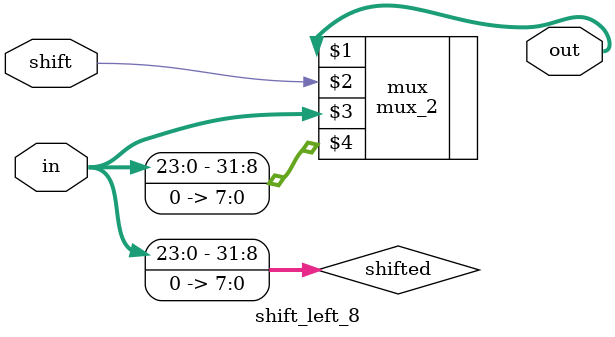
<source format=v>
module shift_left_8(
    output [31:0] out,
    input shift,
    input [31:0] in);

    wire [31:0] shifted;

    assign shifted[31:8] = in[23:0];
    assign shifted[7:0] = 1'b0;

    mux_2 mux(out, shift, in, shifted);
endmodule

</source>
